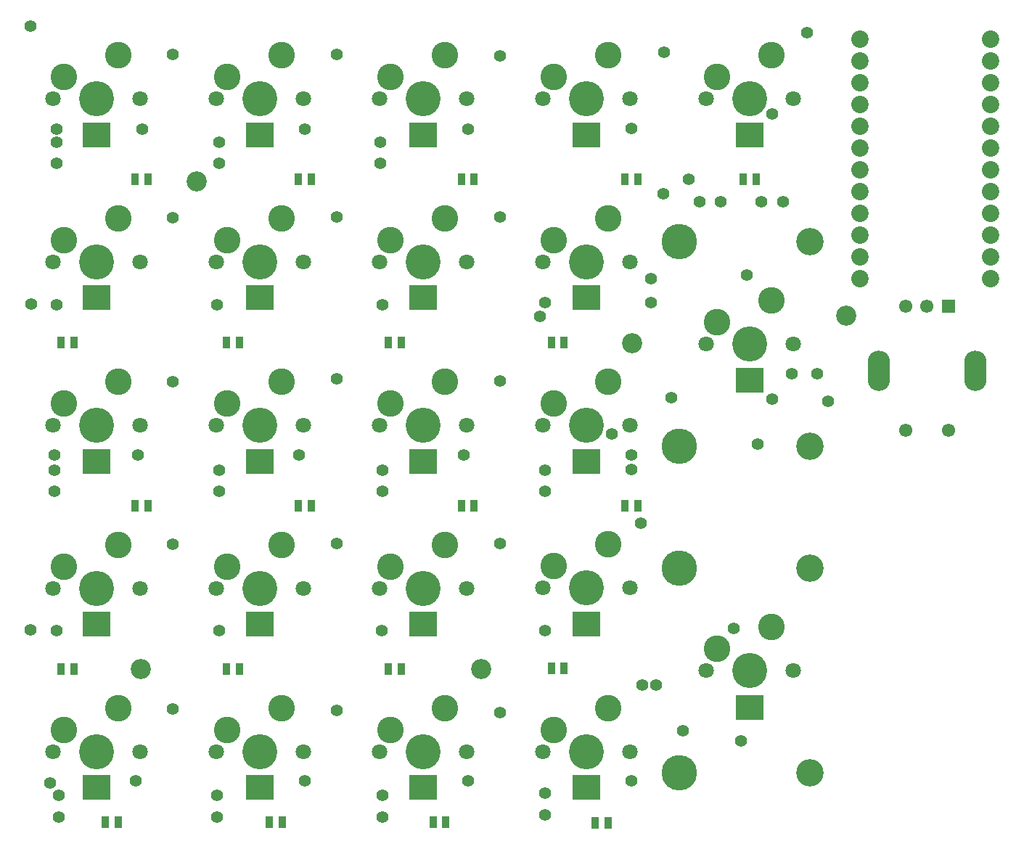
<source format=gts>
G04*
G04 #@! TF.GenerationSoftware,Altium Limited,Altium Designer,22.1.2 (22)*
G04*
G04 Layer_Color=8388736*
%FSLAX25Y25*%
%MOIN*%
G70*
G04*
G04 #@! TF.SameCoordinates,13D69723-E4A8-487E-84B7-24944300FE93*
G04*
G04*
G04 #@! TF.FilePolarity,Negative*
G04*
G01*
G75*
%ADD14R,0.03740X0.05315*%
%ADD15C,0.09252*%
%ADD16C,0.16102*%
%ADD17C,0.07102*%
%ADD18C,0.12213*%
%ADD19R,0.13000X0.11425*%
%ADD20C,0.07991*%
G04:AMPARAMS|DCode=21|XSize=102.36mil|YSize=185.04mil|CornerRadius=51.18mil|HoleSize=0mil|Usage=FLASHONLY|Rotation=180.000|XOffset=0mil|YOffset=0mil|HoleType=Round|Shape=RoundedRectangle|*
%AMROUNDEDRECTD21*
21,1,0.10236,0.08268,0,0,180.0*
21,1,0.00000,0.18504,0,0,180.0*
1,1,0.10236,0.00000,0.04134*
1,1,0.10236,0.00000,0.04134*
1,1,0.10236,0.00000,-0.04134*
1,1,0.10236,0.00000,-0.04134*
%
%ADD21ROUNDEDRECTD21*%
%ADD22C,0.06102*%
%ADD23R,0.06102X0.06102*%
%ADD24C,0.16291*%
%ADD25C,0.12591*%
%ADD26C,0.05591*%
D14*
X1634055Y477953D02*
D03*
X1628150D02*
D03*
X1709252D02*
D03*
X1703346D02*
D03*
X1783858Y477559D02*
D03*
X1777953D02*
D03*
X1558858Y477953D02*
D03*
X1552953D02*
D03*
X1538386Y548433D02*
D03*
X1532480D02*
D03*
X1614370D02*
D03*
X1608464D02*
D03*
X1688779D02*
D03*
X1682874D02*
D03*
X1763583Y548492D02*
D03*
X1757677D02*
D03*
X1791512Y623335D02*
D03*
X1797418D02*
D03*
X1716427D02*
D03*
X1722333D02*
D03*
X1641535D02*
D03*
X1647441D02*
D03*
X1566535D02*
D03*
X1572441D02*
D03*
X1538386Y698433D02*
D03*
X1532480D02*
D03*
X1614370D02*
D03*
X1608465D02*
D03*
X1688779D02*
D03*
X1682874D02*
D03*
X1763583D02*
D03*
X1757677D02*
D03*
X1845925Y773402D02*
D03*
X1851831D02*
D03*
X1791512D02*
D03*
X1797418D02*
D03*
X1716427D02*
D03*
X1722333D02*
D03*
X1641535D02*
D03*
X1647441D02*
D03*
X1566535D02*
D03*
X1572441D02*
D03*
D15*
X1794717Y697835D02*
D03*
X1569322Y548433D02*
D03*
X1594882Y772433D02*
D03*
X1725544Y548433D02*
D03*
X1893307Y710630D02*
D03*
D16*
X1848878Y697705D02*
D03*
X1848850Y810402D02*
D03*
X1773878Y510433D02*
D03*
X1698878Y510433D02*
D03*
X1623878D02*
D03*
X1548878D02*
D03*
X1848878Y547705D02*
D03*
X1773878Y585492D02*
D03*
X1698878Y585433D02*
D03*
X1623878D02*
D03*
X1548878D02*
D03*
X1773878Y660335D02*
D03*
X1698878D02*
D03*
X1623878D02*
D03*
X1548878D02*
D03*
X1773878Y735433D02*
D03*
X1698878D02*
D03*
X1623878D02*
D03*
X1548878D02*
D03*
X1773878Y810402D02*
D03*
X1698878D02*
D03*
X1623878D02*
D03*
X1548878D02*
D03*
D17*
X1828878Y697705D02*
D03*
X1868878D02*
D03*
X1868850Y810402D02*
D03*
X1828850D02*
D03*
X1793878Y510433D02*
D03*
X1753878D02*
D03*
X1718878Y510433D02*
D03*
X1678878D02*
D03*
X1643878D02*
D03*
X1603878D02*
D03*
X1568878D02*
D03*
X1528878D02*
D03*
X1868878Y547705D02*
D03*
X1828878D02*
D03*
X1793878Y585492D02*
D03*
X1753878D02*
D03*
X1718878Y585433D02*
D03*
X1678878D02*
D03*
X1643878D02*
D03*
X1603878D02*
D03*
X1568878D02*
D03*
X1528878D02*
D03*
X1793878Y660335D02*
D03*
X1753878D02*
D03*
X1718878D02*
D03*
X1678878D02*
D03*
X1643878D02*
D03*
X1603878D02*
D03*
X1568878D02*
D03*
X1528878D02*
D03*
X1793878Y735433D02*
D03*
X1753878D02*
D03*
X1718878D02*
D03*
X1678878D02*
D03*
X1643878D02*
D03*
X1603878D02*
D03*
X1568878D02*
D03*
X1528878D02*
D03*
X1793878Y810402D02*
D03*
X1753878D02*
D03*
X1718878D02*
D03*
X1678878D02*
D03*
X1643878D02*
D03*
X1603878D02*
D03*
X1568878D02*
D03*
X1528878D02*
D03*
D18*
X1858878Y717705D02*
D03*
X1833878Y707705D02*
D03*
X1833850Y820402D02*
D03*
X1858850Y830402D02*
D03*
X1758878Y520433D02*
D03*
X1783878Y530433D02*
D03*
X1683878Y520433D02*
D03*
X1708878Y530433D02*
D03*
X1608878Y520433D02*
D03*
X1633878Y530433D02*
D03*
X1533878Y520433D02*
D03*
X1558878Y530433D02*
D03*
X1833878Y557705D02*
D03*
X1858878Y567705D02*
D03*
X1758878Y595492D02*
D03*
X1783878Y605492D02*
D03*
X1683878Y595433D02*
D03*
X1708878Y605433D02*
D03*
X1608878Y595433D02*
D03*
X1633878Y605433D02*
D03*
X1533878Y595433D02*
D03*
X1558878Y605433D02*
D03*
X1758878Y670335D02*
D03*
X1783878Y680335D02*
D03*
X1683878Y670335D02*
D03*
X1708878Y680335D02*
D03*
X1608878Y670335D02*
D03*
X1633878Y680335D02*
D03*
X1533878Y670335D02*
D03*
X1558878Y680335D02*
D03*
X1758878Y745433D02*
D03*
X1783878Y755433D02*
D03*
X1683878Y745433D02*
D03*
X1708878Y755433D02*
D03*
X1608878Y745433D02*
D03*
X1633878Y755433D02*
D03*
X1533878Y745433D02*
D03*
X1558878Y755433D02*
D03*
X1758878Y820402D02*
D03*
X1783878Y830402D02*
D03*
X1683878Y820402D02*
D03*
X1708878Y830402D02*
D03*
X1608878Y820402D02*
D03*
X1633878Y830402D02*
D03*
X1533878Y820402D02*
D03*
X1558878Y830402D02*
D03*
D19*
X1848878Y530503D02*
D03*
X1773878Y493799D02*
D03*
X1698878D02*
D03*
X1623878D02*
D03*
X1548878D02*
D03*
Y568857D02*
D03*
X1623878D02*
D03*
X1698878D02*
D03*
X1773878D02*
D03*
X1848878Y681060D02*
D03*
X1773878Y643692D02*
D03*
X1698878D02*
D03*
X1623878D02*
D03*
X1548878D02*
D03*
Y718793D02*
D03*
X1623878D02*
D03*
X1698878D02*
D03*
X1773878D02*
D03*
X1848878Y793762D02*
D03*
X1773878D02*
D03*
X1698878D02*
D03*
X1623878D02*
D03*
X1548878D02*
D03*
D20*
X1899606Y727638D02*
D03*
Y737638D02*
D03*
Y747638D02*
D03*
Y757638D02*
D03*
Y767638D02*
D03*
Y777638D02*
D03*
Y787638D02*
D03*
Y797638D02*
D03*
Y807638D02*
D03*
Y817638D02*
D03*
Y827638D02*
D03*
Y837638D02*
D03*
X1959606Y727638D02*
D03*
Y737638D02*
D03*
Y747638D02*
D03*
Y757638D02*
D03*
Y767638D02*
D03*
Y777638D02*
D03*
Y787638D02*
D03*
Y797638D02*
D03*
Y807638D02*
D03*
Y817638D02*
D03*
Y827638D02*
D03*
Y837638D02*
D03*
D21*
X1908268Y685433D02*
D03*
X1952362D02*
D03*
D22*
X1920472Y657874D02*
D03*
X1940158D02*
D03*
X1920472Y714961D02*
D03*
X1930315D02*
D03*
D23*
X1940158D02*
D03*
D24*
X1816378Y650705D02*
D03*
Y500705D02*
D03*
Y594705D02*
D03*
Y744705D02*
D03*
D25*
X1876378Y594705D02*
D03*
Y650705D02*
D03*
Y500705D02*
D03*
Y744705D02*
D03*
D26*
X1809055Y766732D02*
D03*
X1841535Y566929D02*
D03*
X1812697Y672835D02*
D03*
X1835630Y762795D02*
D03*
X1825787D02*
D03*
X1864173D02*
D03*
X1854331D02*
D03*
X1679134Y780512D02*
D03*
Y790354D02*
D03*
X1605315Y780512D02*
D03*
Y790354D02*
D03*
X1530512Y780512D02*
D03*
Y790354D02*
D03*
X1754921Y481299D02*
D03*
Y491142D02*
D03*
X1680118Y480315D02*
D03*
Y490158D02*
D03*
X1604331Y480315D02*
D03*
Y490158D02*
D03*
X1531496Y480315D02*
D03*
Y490158D02*
D03*
X1754921Y639764D02*
D03*
Y629921D02*
D03*
X1680118Y639764D02*
D03*
Y629921D02*
D03*
X1605315D02*
D03*
Y639764D02*
D03*
X1529528Y629921D02*
D03*
Y639764D02*
D03*
X1879921Y684055D02*
D03*
X1868110D02*
D03*
X1794465Y496945D02*
D03*
X1719380Y497057D02*
D03*
X1644488Y496844D02*
D03*
X1566929Y497047D02*
D03*
X1527559Y496063D02*
D03*
X1605315Y565945D02*
D03*
X1679921D02*
D03*
X1754921D02*
D03*
X1859252Y672244D02*
D03*
X1794465Y646745D02*
D03*
Y640041D02*
D03*
X1717520Y646654D02*
D03*
X1567913D02*
D03*
X1529528D02*
D03*
X1530512Y715551D02*
D03*
X1604331D02*
D03*
X1754921Y716535D02*
D03*
X1752378Y710433D02*
D03*
X1859252Y803150D02*
D03*
X1794465Y796709D02*
D03*
X1719380Y796404D02*
D03*
X1644488Y796353D02*
D03*
X1569882Y796260D02*
D03*
X1530512D02*
D03*
X1847441Y729331D02*
D03*
X1884842Y671260D02*
D03*
X1852362Y651575D02*
D03*
X1875197Y840551D02*
D03*
X1518504Y843701D02*
D03*
X1820866Y773228D02*
D03*
X1805906Y540945D02*
D03*
X1798819Y615354D02*
D03*
X1785433Y656299D02*
D03*
X1803543Y727559D02*
D03*
Y716535D02*
D03*
X1809449Y831496D02*
D03*
X1734252Y528346D02*
D03*
Y605905D02*
D03*
Y680709D02*
D03*
Y755905D02*
D03*
Y829921D02*
D03*
X1659055Y529134D02*
D03*
Y605905D02*
D03*
Y681496D02*
D03*
Y755905D02*
D03*
Y830709D02*
D03*
X1518504Y566142D02*
D03*
X1583858Y830709D02*
D03*
Y755512D02*
D03*
Y680315D02*
D03*
Y605512D02*
D03*
Y529921D02*
D03*
X1530512Y565945D02*
D03*
X1680118Y715551D02*
D03*
X1641732Y646654D02*
D03*
X1844882Y515354D02*
D03*
X1818110Y520079D02*
D03*
X1799606Y540945D02*
D03*
X1518878Y715840D02*
D03*
M02*

</source>
